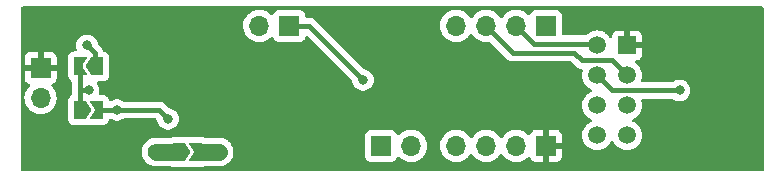
<source format=gbl>
%TF.GenerationSoftware,KiCad,Pcbnew,6.0.11*%
%TF.CreationDate,2024-08-22T19:43:04+01:00*%
%TF.ProjectId,ESPower,4553506f-7765-4722-9e6b-696361645f70,rev?*%
%TF.SameCoordinates,PX4f54d68PY59a0560*%
%TF.FileFunction,Copper,L2,Bot*%
%TF.FilePolarity,Positive*%
%FSLAX46Y46*%
G04 Gerber Fmt 4.6, Leading zero omitted, Abs format (unit mm)*
G04 Created by KiCad (PCBNEW 6.0.11) date 2024-08-22 19:43:04*
%MOMM*%
%LPD*%
G01*
G04 APERTURE LIST*
G04 Aperture macros list*
%AMFreePoly0*
4,1,6,1.000000,0.000000,0.500000,-0.750000,-0.500000,-0.750000,-0.500000,0.750000,0.500000,0.750000,1.000000,0.000000,1.000000,0.000000,$1*%
%AMFreePoly1*
4,1,6,0.500000,-0.750000,-0.650000,-0.750000,-0.150000,0.000000,-0.650000,0.750000,0.500000,0.750000,0.500000,-0.750000,0.500000,-0.750000,$1*%
G04 Aperture macros list end*
%TA.AperFunction,ComponentPad*%
%ADD10R,1.700000X1.700000*%
%TD*%
%TA.AperFunction,ComponentPad*%
%ADD11O,1.700000X1.700000*%
%TD*%
%TA.AperFunction,ComponentPad*%
%ADD12R,1.500000X1.500000*%
%TD*%
%TA.AperFunction,ComponentPad*%
%ADD13C,1.500000*%
%TD*%
%TA.AperFunction,SMDPad,CuDef*%
%ADD14FreePoly0,0.000000*%
%TD*%
%TA.AperFunction,SMDPad,CuDef*%
%ADD15FreePoly1,0.000000*%
%TD*%
%TA.AperFunction,SMDPad,CuDef*%
%ADD16FreePoly0,180.000000*%
%TD*%
%TA.AperFunction,SMDPad,CuDef*%
%ADD17FreePoly1,180.000000*%
%TD*%
%TA.AperFunction,ViaPad*%
%ADD18C,0.800000*%
%TD*%
%TA.AperFunction,ViaPad*%
%ADD19C,1.400000*%
%TD*%
%TA.AperFunction,Conductor*%
%ADD20C,0.400000*%
%TD*%
%TA.AperFunction,Conductor*%
%ADD21C,1.400000*%
%TD*%
G04 APERTURE END LIST*
D10*
X30988000Y-12319000D03*
D11*
X33528000Y-12319000D03*
D10*
X44958000Y-12319000D03*
D11*
X42418000Y-12319000D03*
X39878000Y-12319000D03*
X37338000Y-12319000D03*
D10*
X44958000Y-2159000D03*
D11*
X42418000Y-2159000D03*
X39878000Y-2159000D03*
X37338000Y-2159000D03*
D12*
X51816000Y-3810000D03*
D13*
X51816000Y-6350000D03*
X51816000Y-8890000D03*
X51816000Y-11430000D03*
X49276000Y-3810000D03*
X49276000Y-6350000D03*
X49276000Y-8890000D03*
X49276000Y-11430000D03*
D10*
X23216000Y-2159000D03*
D11*
X20676000Y-2159000D03*
D10*
X2159000Y-5715000D03*
D11*
X2159000Y-8255000D03*
D14*
X5498000Y-9271000D03*
D15*
X6948000Y-9271000D03*
D16*
X6948000Y-5588000D03*
D17*
X5498000Y-5588000D03*
D14*
X13880000Y-12827000D03*
D15*
X15330000Y-12827000D03*
D18*
X57912000Y-8636000D03*
X11049000Y-11049000D03*
X17526000Y-7620000D03*
X22339000Y-4940000D03*
D19*
X34290000Y-3810000D03*
D18*
X29464000Y-6731000D03*
D19*
X11938000Y-12827000D03*
D18*
X6223000Y-7620000D03*
X12954000Y-10033000D03*
X8636000Y-9271000D03*
X6096000Y-3810000D03*
D19*
X17272000Y-12827000D03*
D18*
X56261000Y-7620000D03*
D20*
X29464000Y-6706500D02*
X24916500Y-2159000D01*
X24916500Y-2159000D02*
X23216000Y-2159000D01*
D21*
X11938000Y-12827000D02*
X13335000Y-12827000D01*
D20*
X47982971Y-5080000D02*
X47347971Y-4445000D01*
X50546000Y-5080000D02*
X47982971Y-5080000D01*
X51816000Y-6350000D02*
X50546000Y-5080000D01*
X47347971Y-4445000D02*
X42164000Y-4445000D01*
X42164000Y-4445000D02*
X39878000Y-2159000D01*
X49134000Y-3668000D02*
X49276000Y-3810000D01*
X42418000Y-2159000D02*
X43927000Y-3668000D01*
X43942000Y-3668000D02*
X49134000Y-3668000D01*
X5498000Y-7710000D02*
X5498000Y-9271000D01*
X5588000Y-7620000D02*
X5498000Y-7710000D01*
X6223000Y-7620000D02*
X5588000Y-7620000D01*
X5498000Y-5588000D02*
X5498000Y-7710000D01*
X12192000Y-9271000D02*
X6948000Y-9271000D01*
X12954000Y-10033000D02*
X12192000Y-9271000D01*
X6754500Y-4468500D02*
X6754500Y-5588000D01*
X6096000Y-3810000D02*
X6754500Y-4468500D01*
D21*
X17272000Y-12827000D02*
X15875000Y-12827000D01*
D20*
X56261000Y-7620000D02*
X50546000Y-7620000D01*
X50546000Y-7620000D02*
X49276000Y-6350000D01*
%TA.AperFunction,Conductor*%
G36*
X63314621Y-528502D02*
G01*
X63361114Y-582158D01*
X63372500Y-634500D01*
X63372500Y-14351500D01*
X63352498Y-14419621D01*
X63298842Y-14466114D01*
X63246500Y-14477500D01*
X634500Y-14477500D01*
X566379Y-14457498D01*
X519886Y-14403842D01*
X508500Y-14351500D01*
X508500Y-12827000D01*
X10724884Y-12827000D01*
X10725364Y-12832481D01*
X10725611Y-12835308D01*
X10725881Y-12853537D01*
X10725537Y-12859502D01*
X10725537Y-12859509D01*
X10725214Y-12865113D01*
X10735810Y-12952674D01*
X10736240Y-12956795D01*
X10741864Y-13021077D01*
X10743314Y-13037655D01*
X10744736Y-13042961D01*
X10744736Y-13042963D01*
X10746074Y-13047956D01*
X10749454Y-13065428D01*
X10751130Y-13079277D01*
X10752780Y-13084640D01*
X10776310Y-13161126D01*
X10777587Y-13165564D01*
X10798044Y-13241910D01*
X10802718Y-13251933D01*
X10803536Y-13253687D01*
X10809768Y-13269881D01*
X10814563Y-13285466D01*
X10817136Y-13290451D01*
X10817138Y-13290456D01*
X10852678Y-13359313D01*
X10854907Y-13363853D01*
X10882927Y-13423941D01*
X10887411Y-13433558D01*
X10896198Y-13446107D01*
X10904946Y-13460581D01*
X10913505Y-13477164D01*
X10962579Y-13541118D01*
X10965818Y-13545536D01*
X11005544Y-13602271D01*
X11005548Y-13602275D01*
X11008699Y-13606776D01*
X11021171Y-13619248D01*
X11032038Y-13631639D01*
X11041415Y-13643860D01*
X11041419Y-13643864D01*
X11044831Y-13648311D01*
X11101131Y-13699540D01*
X11102628Y-13700902D01*
X11106924Y-13705001D01*
X11158224Y-13756301D01*
X11162743Y-13759465D01*
X11174575Y-13767750D01*
X11187098Y-13777765D01*
X11200236Y-13789719D01*
X11200242Y-13789724D01*
X11204389Y-13793497D01*
X11209136Y-13796475D01*
X11209139Y-13796477D01*
X11268509Y-13833719D01*
X11273820Y-13837241D01*
X11331442Y-13877589D01*
X11336426Y-13879913D01*
X11336431Y-13879916D01*
X11351640Y-13887008D01*
X11365343Y-13894464D01*
X11387135Y-13908134D01*
X11455121Y-13935464D01*
X11461367Y-13938174D01*
X11518099Y-13964629D01*
X11518103Y-13964630D01*
X11523090Y-13966956D01*
X11546857Y-13973324D01*
X11561236Y-13978122D01*
X11582086Y-13986504D01*
X11582089Y-13986505D01*
X11587293Y-13988597D01*
X11592782Y-13989734D01*
X11592786Y-13989735D01*
X11637136Y-13998919D01*
X11656668Y-14002964D01*
X11663700Y-14004633D01*
X11727345Y-14021686D01*
X11754155Y-14024031D01*
X11768724Y-14026170D01*
X11798537Y-14032344D01*
X11803144Y-14032610D01*
X11803147Y-14032610D01*
X11851452Y-14035395D01*
X11851456Y-14035395D01*
X11853275Y-14035500D01*
X11879732Y-14035500D01*
X11890714Y-14035979D01*
X11938000Y-14040116D01*
X11985286Y-14035979D01*
X11996268Y-14035500D01*
X13132489Y-14035500D01*
X13184831Y-14046886D01*
X13235266Y-14069919D01*
X13380000Y-14090729D01*
X14380000Y-14090729D01*
X14381964Y-14090605D01*
X14381968Y-14090605D01*
X14438080Y-14087066D01*
X14438084Y-14087065D01*
X14444557Y-14086657D01*
X14490232Y-14074075D01*
X14541624Y-14070833D01*
X14680000Y-14090729D01*
X15830000Y-14090729D01*
X15861986Y-14088441D01*
X15896373Y-14085982D01*
X15896374Y-14085982D01*
X15903111Y-14085500D01*
X16043411Y-14044304D01*
X16043599Y-14044943D01*
X16087011Y-14035500D01*
X17213732Y-14035500D01*
X17224714Y-14035979D01*
X17272000Y-14040116D01*
X17277475Y-14039637D01*
X17277486Y-14039637D01*
X17322952Y-14035659D01*
X17325363Y-14035500D01*
X17326735Y-14035500D01*
X17424891Y-14026740D01*
X17425109Y-14026721D01*
X17477180Y-14022165D01*
X17482655Y-14021686D01*
X17483224Y-14021534D01*
X17486872Y-14021208D01*
X17492280Y-14019729D01*
X17492283Y-14019728D01*
X17602542Y-13989564D01*
X17603179Y-13989391D01*
X17606143Y-13988597D01*
X17686910Y-13966956D01*
X17689175Y-13965900D01*
X17689535Y-13965766D01*
X17694952Y-13964284D01*
X17700019Y-13961867D01*
X17700022Y-13961866D01*
X17795417Y-13916364D01*
X17796412Y-13915894D01*
X17873572Y-13879914D01*
X17878558Y-13877589D01*
X17881435Y-13875574D01*
X17883323Y-13874581D01*
X17884600Y-13873826D01*
X17889663Y-13871411D01*
X17976052Y-13809334D01*
X17977229Y-13808500D01*
X18047259Y-13759465D01*
X18047269Y-13759457D01*
X18051776Y-13756301D01*
X18055318Y-13752759D01*
X18059238Y-13749713D01*
X18060299Y-13748797D01*
X18064851Y-13745526D01*
X18136248Y-13671850D01*
X18137637Y-13670440D01*
X18201301Y-13606776D01*
X18204455Y-13602271D01*
X18206596Y-13599720D01*
X18210125Y-13595807D01*
X18211075Y-13594635D01*
X18214977Y-13590608D01*
X18218101Y-13585958D01*
X18218109Y-13585949D01*
X18270369Y-13508178D01*
X18271736Y-13506184D01*
X18285244Y-13486892D01*
X18322589Y-13433558D01*
X18324915Y-13428569D01*
X18327665Y-13423807D01*
X18327898Y-13423941D01*
X18329481Y-13421137D01*
X18329464Y-13421128D01*
X18332167Y-13416211D01*
X18335297Y-13411553D01*
X18374025Y-13323330D01*
X18375162Y-13320816D01*
X18411956Y-13241910D01*
X18413379Y-13236600D01*
X18415262Y-13231427D01*
X18415333Y-13231453D01*
X18419240Y-13220327D01*
X18419753Y-13219158D01*
X18419754Y-13219155D01*
X18420641Y-13217134D01*
X29629500Y-13217134D01*
X29636255Y-13279316D01*
X29687385Y-13415705D01*
X29774739Y-13532261D01*
X29891295Y-13619615D01*
X30027684Y-13670745D01*
X30089866Y-13677500D01*
X31886134Y-13677500D01*
X31948316Y-13670745D01*
X32084705Y-13619615D01*
X32201261Y-13532261D01*
X32288615Y-13415705D01*
X32293346Y-13403086D01*
X32332598Y-13298382D01*
X32375240Y-13241618D01*
X32441802Y-13216918D01*
X32511150Y-13232126D01*
X32545817Y-13260114D01*
X32574250Y-13292938D01*
X32746126Y-13435632D01*
X32939000Y-13548338D01*
X33147692Y-13628030D01*
X33152760Y-13629061D01*
X33152763Y-13629062D01*
X33225498Y-13643860D01*
X33366597Y-13672567D01*
X33371772Y-13672757D01*
X33371774Y-13672757D01*
X33584673Y-13680564D01*
X33584677Y-13680564D01*
X33589837Y-13680753D01*
X33594957Y-13680097D01*
X33594959Y-13680097D01*
X33806288Y-13653025D01*
X33806289Y-13653025D01*
X33811416Y-13652368D01*
X33824939Y-13648311D01*
X34020429Y-13589661D01*
X34020434Y-13589659D01*
X34025384Y-13588174D01*
X34225994Y-13489896D01*
X34407860Y-13360173D01*
X34446118Y-13322049D01*
X34516479Y-13251933D01*
X34566096Y-13202489D01*
X34625446Y-13119895D01*
X34693435Y-13025277D01*
X34696453Y-13021077D01*
X34717320Y-12978857D01*
X34793136Y-12825453D01*
X34793137Y-12825451D01*
X34795430Y-12820811D01*
X34832361Y-12699258D01*
X34858865Y-12612023D01*
X34858865Y-12612021D01*
X34860370Y-12607069D01*
X34889529Y-12385590D01*
X34891156Y-12319000D01*
X34888418Y-12285695D01*
X35975251Y-12285695D01*
X35975548Y-12290848D01*
X35975548Y-12290851D01*
X35984147Y-12439980D01*
X35988110Y-12508715D01*
X35989247Y-12513761D01*
X35989248Y-12513767D01*
X36012366Y-12616345D01*
X36037222Y-12726639D01*
X36121266Y-12933616D01*
X36167893Y-13009704D01*
X36235291Y-13119688D01*
X36237987Y-13124088D01*
X36384250Y-13292938D01*
X36556126Y-13435632D01*
X36749000Y-13548338D01*
X36957692Y-13628030D01*
X36962760Y-13629061D01*
X36962763Y-13629062D01*
X37035498Y-13643860D01*
X37176597Y-13672567D01*
X37181772Y-13672757D01*
X37181774Y-13672757D01*
X37394673Y-13680564D01*
X37394677Y-13680564D01*
X37399837Y-13680753D01*
X37404957Y-13680097D01*
X37404959Y-13680097D01*
X37616288Y-13653025D01*
X37616289Y-13653025D01*
X37621416Y-13652368D01*
X37634939Y-13648311D01*
X37830429Y-13589661D01*
X37830434Y-13589659D01*
X37835384Y-13588174D01*
X38035994Y-13489896D01*
X38217860Y-13360173D01*
X38256118Y-13322049D01*
X38326479Y-13251933D01*
X38376096Y-13202489D01*
X38435446Y-13119895D01*
X38506453Y-13021077D01*
X38507776Y-13022028D01*
X38554645Y-12978857D01*
X38624580Y-12966625D01*
X38690026Y-12994144D01*
X38717875Y-13025994D01*
X38777987Y-13124088D01*
X38924250Y-13292938D01*
X39096126Y-13435632D01*
X39289000Y-13548338D01*
X39497692Y-13628030D01*
X39502760Y-13629061D01*
X39502763Y-13629062D01*
X39575498Y-13643860D01*
X39716597Y-13672567D01*
X39721772Y-13672757D01*
X39721774Y-13672757D01*
X39934673Y-13680564D01*
X39934677Y-13680564D01*
X39939837Y-13680753D01*
X39944957Y-13680097D01*
X39944959Y-13680097D01*
X40156288Y-13653025D01*
X40156289Y-13653025D01*
X40161416Y-13652368D01*
X40174939Y-13648311D01*
X40370429Y-13589661D01*
X40370434Y-13589659D01*
X40375384Y-13588174D01*
X40575994Y-13489896D01*
X40757860Y-13360173D01*
X40796118Y-13322049D01*
X40866479Y-13251933D01*
X40916096Y-13202489D01*
X40975446Y-13119895D01*
X41046453Y-13021077D01*
X41047776Y-13022028D01*
X41094645Y-12978857D01*
X41164580Y-12966625D01*
X41230026Y-12994144D01*
X41257875Y-13025994D01*
X41317987Y-13124088D01*
X41464250Y-13292938D01*
X41636126Y-13435632D01*
X41829000Y-13548338D01*
X42037692Y-13628030D01*
X42042760Y-13629061D01*
X42042763Y-13629062D01*
X42115498Y-13643860D01*
X42256597Y-13672567D01*
X42261772Y-13672757D01*
X42261774Y-13672757D01*
X42474673Y-13680564D01*
X42474677Y-13680564D01*
X42479837Y-13680753D01*
X42484957Y-13680097D01*
X42484959Y-13680097D01*
X42696288Y-13653025D01*
X42696289Y-13653025D01*
X42701416Y-13652368D01*
X42714939Y-13648311D01*
X42910429Y-13589661D01*
X42910434Y-13589659D01*
X42915384Y-13588174D01*
X43115994Y-13489896D01*
X43297860Y-13360173D01*
X43336118Y-13322049D01*
X43406479Y-13251933D01*
X43468851Y-13218017D01*
X43539658Y-13223205D01*
X43596419Y-13265851D01*
X43613401Y-13296954D01*
X43654676Y-13407054D01*
X43663214Y-13422649D01*
X43739715Y-13524724D01*
X43752276Y-13537285D01*
X43854351Y-13613786D01*
X43869946Y-13622324D01*
X43990394Y-13667478D01*
X44005649Y-13671105D01*
X44056514Y-13676631D01*
X44063328Y-13677000D01*
X44685885Y-13677000D01*
X44701124Y-13672525D01*
X44702329Y-13671135D01*
X44704000Y-13663452D01*
X44704000Y-13658884D01*
X45212000Y-13658884D01*
X45216475Y-13674123D01*
X45217865Y-13675328D01*
X45225548Y-13676999D01*
X45852669Y-13676999D01*
X45859490Y-13676629D01*
X45910352Y-13671105D01*
X45925604Y-13667479D01*
X46046054Y-13622324D01*
X46061649Y-13613786D01*
X46163724Y-13537285D01*
X46176285Y-13524724D01*
X46252786Y-13422649D01*
X46261324Y-13407054D01*
X46306478Y-13286606D01*
X46310105Y-13271351D01*
X46315631Y-13220486D01*
X46316000Y-13213672D01*
X46316000Y-12591115D01*
X46311525Y-12575876D01*
X46310135Y-12574671D01*
X46302452Y-12573000D01*
X45230115Y-12573000D01*
X45214876Y-12577475D01*
X45213671Y-12578865D01*
X45212000Y-12586548D01*
X45212000Y-13658884D01*
X44704000Y-13658884D01*
X44704000Y-12046885D01*
X45212000Y-12046885D01*
X45216475Y-12062124D01*
X45217865Y-12063329D01*
X45225548Y-12065000D01*
X46297884Y-12065000D01*
X46313123Y-12060525D01*
X46314328Y-12059135D01*
X46315999Y-12051452D01*
X46315999Y-11424331D01*
X46315629Y-11417510D01*
X46310105Y-11366648D01*
X46306479Y-11351396D01*
X46261324Y-11230946D01*
X46252786Y-11215351D01*
X46176285Y-11113276D01*
X46163724Y-11100715D01*
X46061649Y-11024214D01*
X46046054Y-11015676D01*
X45925606Y-10970522D01*
X45910351Y-10966895D01*
X45859486Y-10961369D01*
X45852672Y-10961000D01*
X45230115Y-10961000D01*
X45214876Y-10965475D01*
X45213671Y-10966865D01*
X45212000Y-10974548D01*
X45212000Y-12046885D01*
X44704000Y-12046885D01*
X44704000Y-10979116D01*
X44699525Y-10963877D01*
X44698135Y-10962672D01*
X44690452Y-10961001D01*
X44063331Y-10961001D01*
X44056510Y-10961371D01*
X44005648Y-10966895D01*
X43990396Y-10970521D01*
X43869946Y-11015676D01*
X43854351Y-11024214D01*
X43752276Y-11100715D01*
X43739715Y-11113276D01*
X43663214Y-11215351D01*
X43654676Y-11230946D01*
X43613297Y-11341322D01*
X43570655Y-11398087D01*
X43504093Y-11422786D01*
X43434744Y-11407578D01*
X43402121Y-11381891D01*
X43351151Y-11325876D01*
X43351145Y-11325870D01*
X43347670Y-11322051D01*
X43343619Y-11318852D01*
X43343615Y-11318848D01*
X43176414Y-11186800D01*
X43176410Y-11186798D01*
X43172359Y-11183598D01*
X42976789Y-11075638D01*
X42971920Y-11073914D01*
X42971916Y-11073912D01*
X42771087Y-11002795D01*
X42771083Y-11002794D01*
X42766212Y-11001069D01*
X42761119Y-11000162D01*
X42761116Y-11000161D01*
X42551373Y-10962800D01*
X42551367Y-10962799D01*
X42546284Y-10961894D01*
X42472452Y-10960992D01*
X42328081Y-10959228D01*
X42328079Y-10959228D01*
X42322911Y-10959165D01*
X42102091Y-10992955D01*
X41889756Y-11062357D01*
X41691607Y-11165507D01*
X41687474Y-11168610D01*
X41687471Y-11168612D01*
X41604450Y-11230946D01*
X41512965Y-11299635D01*
X41473203Y-11341243D01*
X41401729Y-11416037D01*
X41358629Y-11461138D01*
X41251201Y-11618621D01*
X41196293Y-11663621D01*
X41125768Y-11671792D01*
X41062021Y-11640538D01*
X41041324Y-11616054D01*
X40960822Y-11491617D01*
X40960820Y-11491614D01*
X40958014Y-11487277D01*
X40807670Y-11322051D01*
X40803619Y-11318852D01*
X40803615Y-11318848D01*
X40636414Y-11186800D01*
X40636410Y-11186798D01*
X40632359Y-11183598D01*
X40436789Y-11075638D01*
X40431920Y-11073914D01*
X40431916Y-11073912D01*
X40231087Y-11002795D01*
X40231083Y-11002794D01*
X40226212Y-11001069D01*
X40221119Y-11000162D01*
X40221116Y-11000161D01*
X40011373Y-10962800D01*
X40011367Y-10962799D01*
X40006284Y-10961894D01*
X39932452Y-10960992D01*
X39788081Y-10959228D01*
X39788079Y-10959228D01*
X39782911Y-10959165D01*
X39562091Y-10992955D01*
X39349756Y-11062357D01*
X39151607Y-11165507D01*
X39147474Y-11168610D01*
X39147471Y-11168612D01*
X39064450Y-11230946D01*
X38972965Y-11299635D01*
X38933203Y-11341243D01*
X38861729Y-11416037D01*
X38818629Y-11461138D01*
X38711201Y-11618621D01*
X38656293Y-11663621D01*
X38585768Y-11671792D01*
X38522021Y-11640538D01*
X38501324Y-11616054D01*
X38420822Y-11491617D01*
X38420820Y-11491614D01*
X38418014Y-11487277D01*
X38267670Y-11322051D01*
X38263619Y-11318852D01*
X38263615Y-11318848D01*
X38096414Y-11186800D01*
X38096410Y-11186798D01*
X38092359Y-11183598D01*
X37896789Y-11075638D01*
X37891920Y-11073914D01*
X37891916Y-11073912D01*
X37691087Y-11002795D01*
X37691083Y-11002794D01*
X37686212Y-11001069D01*
X37681119Y-11000162D01*
X37681116Y-11000161D01*
X37471373Y-10962800D01*
X37471367Y-10962799D01*
X37466284Y-10961894D01*
X37392452Y-10960992D01*
X37248081Y-10959228D01*
X37248079Y-10959228D01*
X37242911Y-10959165D01*
X37022091Y-10992955D01*
X36809756Y-11062357D01*
X36611607Y-11165507D01*
X36607474Y-11168610D01*
X36607471Y-11168612D01*
X36524450Y-11230946D01*
X36432965Y-11299635D01*
X36393203Y-11341243D01*
X36321729Y-11416037D01*
X36278629Y-11461138D01*
X36152743Y-11645680D01*
X36119513Y-11717269D01*
X36072482Y-11818589D01*
X36058688Y-11848305D01*
X35998989Y-12063570D01*
X35975251Y-12285695D01*
X34888418Y-12285695D01*
X34872852Y-12096361D01*
X34818431Y-11879702D01*
X34729354Y-11674840D01*
X34673978Y-11589242D01*
X34610822Y-11491617D01*
X34610820Y-11491614D01*
X34608014Y-11487277D01*
X34457670Y-11322051D01*
X34453619Y-11318852D01*
X34453615Y-11318848D01*
X34286414Y-11186800D01*
X34286410Y-11186798D01*
X34282359Y-11183598D01*
X34086789Y-11075638D01*
X34081920Y-11073914D01*
X34081916Y-11073912D01*
X33881087Y-11002795D01*
X33881083Y-11002794D01*
X33876212Y-11001069D01*
X33871119Y-11000162D01*
X33871116Y-11000161D01*
X33661373Y-10962800D01*
X33661367Y-10962799D01*
X33656284Y-10961894D01*
X33582452Y-10960992D01*
X33438081Y-10959228D01*
X33438079Y-10959228D01*
X33432911Y-10959165D01*
X33212091Y-10992955D01*
X32999756Y-11062357D01*
X32801607Y-11165507D01*
X32797474Y-11168610D01*
X32797471Y-11168612D01*
X32714450Y-11230946D01*
X32622965Y-11299635D01*
X32544360Y-11381891D01*
X32542283Y-11384064D01*
X32480759Y-11419494D01*
X32409846Y-11416037D01*
X32352060Y-11374791D01*
X32333207Y-11341243D01*
X32291767Y-11230703D01*
X32288615Y-11222295D01*
X32201261Y-11105739D01*
X32084705Y-11018385D01*
X31948316Y-10967255D01*
X31886134Y-10960500D01*
X30089866Y-10960500D01*
X30027684Y-10967255D01*
X29891295Y-11018385D01*
X29774739Y-11105739D01*
X29687385Y-11222295D01*
X29636255Y-11358684D01*
X29629500Y-11420866D01*
X29629500Y-13217134D01*
X18420641Y-13217134D01*
X18422008Y-13214020D01*
X18443838Y-13123092D01*
X18444650Y-13119895D01*
X18459244Y-13065428D01*
X18466686Y-13037655D01*
X18467210Y-13031663D01*
X18470210Y-13013243D01*
X18471060Y-13009704D01*
X18471060Y-13009703D01*
X18472368Y-13004255D01*
X18477596Y-12913588D01*
X18477864Y-12909888D01*
X18482273Y-12859502D01*
X18484389Y-12835308D01*
X18484637Y-12832477D01*
X18484637Y-12832475D01*
X18485116Y-12827000D01*
X18484389Y-12818692D01*
X18484119Y-12800463D01*
X18484463Y-12794498D01*
X18484463Y-12794491D01*
X18484786Y-12788887D01*
X18474190Y-12701326D01*
X18473760Y-12697205D01*
X18467165Y-12621817D01*
X18467164Y-12621814D01*
X18466686Y-12616345D01*
X18463926Y-12606044D01*
X18460546Y-12588572D01*
X18459544Y-12580293D01*
X18458870Y-12574723D01*
X18445883Y-12532509D01*
X18433690Y-12492874D01*
X18432413Y-12488436D01*
X18413380Y-12417405D01*
X18411956Y-12412090D01*
X18406462Y-12400308D01*
X18400231Y-12384117D01*
X18397088Y-12373901D01*
X18395437Y-12368534D01*
X18392864Y-12363549D01*
X18392862Y-12363544D01*
X18357322Y-12294687D01*
X18355093Y-12290147D01*
X18324912Y-12225423D01*
X18324910Y-12225420D01*
X18322589Y-12220442D01*
X18313802Y-12207893D01*
X18305054Y-12193419D01*
X18299071Y-12181827D01*
X18296495Y-12176836D01*
X18247421Y-12112882D01*
X18244182Y-12108464D01*
X18204456Y-12051729D01*
X18204452Y-12051725D01*
X18201301Y-12047224D01*
X18188829Y-12034752D01*
X18177962Y-12022361D01*
X18168585Y-12010140D01*
X18168581Y-12010136D01*
X18165169Y-12005689D01*
X18107372Y-11953098D01*
X18103076Y-11948999D01*
X18051776Y-11897699D01*
X18035424Y-11886250D01*
X18022902Y-11876235D01*
X18009764Y-11864281D01*
X18009758Y-11864276D01*
X18005611Y-11860503D01*
X18000864Y-11857525D01*
X18000861Y-11857523D01*
X17941491Y-11820281D01*
X17936176Y-11816756D01*
X17878558Y-11776411D01*
X17873572Y-11774086D01*
X17873569Y-11774084D01*
X17858360Y-11766992D01*
X17844657Y-11759536D01*
X17841365Y-11757471D01*
X17822865Y-11745866D01*
X17754879Y-11718536D01*
X17748633Y-11715826D01*
X17691901Y-11689371D01*
X17691897Y-11689370D01*
X17686910Y-11687044D01*
X17663143Y-11680676D01*
X17648764Y-11675878D01*
X17627914Y-11667496D01*
X17627911Y-11667495D01*
X17622707Y-11665403D01*
X17617218Y-11664266D01*
X17617214Y-11664265D01*
X17570934Y-11654681D01*
X17553332Y-11651036D01*
X17546300Y-11649367D01*
X17482655Y-11632314D01*
X17455845Y-11629969D01*
X17441274Y-11627830D01*
X17411463Y-11621656D01*
X17406856Y-11621390D01*
X17406853Y-11621390D01*
X17358548Y-11618605D01*
X17358544Y-11618605D01*
X17356725Y-11618500D01*
X17330268Y-11618500D01*
X17319286Y-11618021D01*
X17277475Y-11614363D01*
X17272000Y-11613884D01*
X17266525Y-11614363D01*
X17224714Y-11618021D01*
X17213732Y-11618500D01*
X16077511Y-11618500D01*
X16025169Y-11607114D01*
X15982932Y-11587825D01*
X15982933Y-11587825D01*
X15974734Y-11584081D01*
X15965561Y-11582762D01*
X15949900Y-11580510D01*
X15830000Y-11563271D01*
X14680000Y-11563271D01*
X14677487Y-11563472D01*
X14677486Y-11563472D01*
X14605353Y-11569240D01*
X14605350Y-11569241D01*
X14598355Y-11569800D01*
X14591657Y-11571890D01*
X14591655Y-11571890D01*
X14571019Y-11578328D01*
X14515562Y-11582762D01*
X14439945Y-11571890D01*
X14380000Y-11563271D01*
X13380000Y-11563271D01*
X13371024Y-11563913D01*
X13313627Y-11568018D01*
X13313626Y-11568018D01*
X13306889Y-11568500D01*
X13166589Y-11609696D01*
X13166401Y-11609057D01*
X13122989Y-11618500D01*
X11996268Y-11618500D01*
X11985286Y-11618021D01*
X11943475Y-11614363D01*
X11938000Y-11613884D01*
X11932525Y-11614363D01*
X11932514Y-11614363D01*
X11887048Y-11618341D01*
X11884637Y-11618500D01*
X11883265Y-11618500D01*
X11847902Y-11621656D01*
X11785109Y-11627260D01*
X11784891Y-11627279D01*
X11778594Y-11627830D01*
X11727345Y-11632314D01*
X11726776Y-11632466D01*
X11723128Y-11632792D01*
X11717720Y-11634271D01*
X11717717Y-11634272D01*
X11607458Y-11664436D01*
X11606854Y-11664600D01*
X11523090Y-11687044D01*
X11520825Y-11688100D01*
X11520465Y-11688234D01*
X11515048Y-11689716D01*
X11509981Y-11692133D01*
X11509978Y-11692134D01*
X11414583Y-11737636D01*
X11413592Y-11738104D01*
X11331442Y-11776411D01*
X11328565Y-11778426D01*
X11326677Y-11779419D01*
X11325400Y-11780174D01*
X11320337Y-11782589D01*
X11233948Y-11844666D01*
X11232771Y-11845500D01*
X11162741Y-11894535D01*
X11162732Y-11894542D01*
X11158224Y-11897699D01*
X11154682Y-11901241D01*
X11150762Y-11904287D01*
X11149701Y-11905203D01*
X11145149Y-11908474D01*
X11073752Y-11982150D01*
X11072363Y-11983560D01*
X11008699Y-12047224D01*
X11005547Y-12051726D01*
X11003404Y-12054280D01*
X10999875Y-12058193D01*
X10998925Y-12059365D01*
X10995023Y-12063392D01*
X10991899Y-12068042D01*
X10991891Y-12068051D01*
X10939631Y-12145822D01*
X10938264Y-12147816D01*
X10887411Y-12220442D01*
X10885085Y-12225431D01*
X10882335Y-12230193D01*
X10882102Y-12230059D01*
X10880519Y-12232863D01*
X10880536Y-12232872D01*
X10877833Y-12237789D01*
X10874703Y-12242447D01*
X10839621Y-12322365D01*
X10835988Y-12330642D01*
X10834838Y-12333184D01*
X10798044Y-12412090D01*
X10796621Y-12417400D01*
X10794738Y-12422573D01*
X10794667Y-12422547D01*
X10790760Y-12433673D01*
X10787992Y-12439980D01*
X10786684Y-12445429D01*
X10766162Y-12530908D01*
X10765350Y-12534105D01*
X10743314Y-12616345D01*
X10742835Y-12621822D01*
X10742790Y-12622335D01*
X10739791Y-12640753D01*
X10737632Y-12649745D01*
X10737309Y-12655341D01*
X10737309Y-12655343D01*
X10732406Y-12740383D01*
X10732138Y-12744079D01*
X10727206Y-12800463D01*
X10725364Y-12821519D01*
X10724884Y-12827000D01*
X508500Y-12827000D01*
X508500Y-10021000D01*
X4484271Y-10021000D01*
X4489500Y-10094111D01*
X4508554Y-10159001D01*
X4525397Y-10216363D01*
X4530696Y-10234411D01*
X4535567Y-10241990D01*
X4604878Y-10349841D01*
X4604880Y-10349844D01*
X4609750Y-10357421D01*
X4616560Y-10363322D01*
X4713445Y-10447274D01*
X4713448Y-10447276D01*
X4720257Y-10453176D01*
X4728454Y-10456920D01*
X4728455Y-10456920D01*
X4748662Y-10466148D01*
X4853266Y-10513919D01*
X4998000Y-10534729D01*
X5998000Y-10534729D01*
X5999964Y-10534605D01*
X5999968Y-10534605D01*
X6056080Y-10531066D01*
X6056084Y-10531065D01*
X6062557Y-10530657D01*
X6108232Y-10518075D01*
X6159624Y-10514833D01*
X6298000Y-10534729D01*
X7448000Y-10534729D01*
X7479986Y-10532441D01*
X7514373Y-10529982D01*
X7514374Y-10529982D01*
X7521111Y-10529500D01*
X7600618Y-10506155D01*
X7652765Y-10490843D01*
X7652767Y-10490842D01*
X7661411Y-10488304D01*
X7725255Y-10447274D01*
X7776841Y-10414122D01*
X7776844Y-10414120D01*
X7784421Y-10409250D01*
X7829331Y-10357421D01*
X7874274Y-10305555D01*
X7874276Y-10305552D01*
X7880176Y-10298743D01*
X7940919Y-10165734D01*
X7947213Y-10121959D01*
X7976706Y-10057378D01*
X8036432Y-10018995D01*
X8107429Y-10018995D01*
X8145988Y-10037953D01*
X8179248Y-10062118D01*
X8185276Y-10064802D01*
X8185278Y-10064803D01*
X8347681Y-10137109D01*
X8353712Y-10139794D01*
X8444073Y-10159001D01*
X8534056Y-10178128D01*
X8534061Y-10178128D01*
X8540513Y-10179500D01*
X8731487Y-10179500D01*
X8737939Y-10178128D01*
X8737944Y-10178128D01*
X8827927Y-10159001D01*
X8918288Y-10139794D01*
X8924319Y-10137109D01*
X9086722Y-10064803D01*
X9086724Y-10064802D01*
X9092752Y-10062118D01*
X9173344Y-10003564D01*
X9240211Y-9979706D01*
X9247405Y-9979500D01*
X11846340Y-9979500D01*
X11914461Y-9999502D01*
X11935435Y-10016405D01*
X12019335Y-10100305D01*
X12053361Y-10162617D01*
X12055550Y-10176228D01*
X12060458Y-10222928D01*
X12119473Y-10404556D01*
X12214960Y-10569944D01*
X12219378Y-10574851D01*
X12219379Y-10574852D01*
X12262257Y-10622473D01*
X12342747Y-10711866D01*
X12497248Y-10824118D01*
X12503276Y-10826802D01*
X12503278Y-10826803D01*
X12665681Y-10899109D01*
X12671712Y-10901794D01*
X12765113Y-10921647D01*
X12852056Y-10940128D01*
X12852061Y-10940128D01*
X12858513Y-10941500D01*
X13049487Y-10941500D01*
X13055939Y-10940128D01*
X13055944Y-10940128D01*
X13142888Y-10921647D01*
X13236288Y-10901794D01*
X13242319Y-10899109D01*
X13404722Y-10826803D01*
X13404724Y-10826802D01*
X13410752Y-10824118D01*
X13565253Y-10711866D01*
X13645743Y-10622473D01*
X13688621Y-10574852D01*
X13688622Y-10574851D01*
X13693040Y-10569944D01*
X13788527Y-10404556D01*
X13847542Y-10222928D01*
X13851436Y-10185885D01*
X13866814Y-10039565D01*
X13867504Y-10033000D01*
X13847542Y-9843072D01*
X13788527Y-9661444D01*
X13762616Y-9616564D01*
X13696341Y-9501774D01*
X13693040Y-9496056D01*
X13596855Y-9389231D01*
X13569675Y-9359045D01*
X13569674Y-9359044D01*
X13565253Y-9354134D01*
X13410752Y-9241882D01*
X13404724Y-9239198D01*
X13404722Y-9239197D01*
X13242319Y-9166891D01*
X13242318Y-9166891D01*
X13236288Y-9164206D01*
X13099589Y-9135150D01*
X13083431Y-9131715D01*
X13020533Y-9097563D01*
X12713450Y-8790480D01*
X12707596Y-8784215D01*
X12687739Y-8761453D01*
X12669561Y-8740615D01*
X12617280Y-8703871D01*
X12611986Y-8699939D01*
X12567693Y-8665209D01*
X12561718Y-8660524D01*
X12554802Y-8657401D01*
X12552516Y-8656017D01*
X12537835Y-8647643D01*
X12535475Y-8646378D01*
X12529261Y-8642010D01*
X12522182Y-8639250D01*
X12522180Y-8639249D01*
X12469725Y-8618798D01*
X12463656Y-8616247D01*
X12405427Y-8589955D01*
X12397960Y-8588571D01*
X12395405Y-8587770D01*
X12379152Y-8583141D01*
X12376572Y-8582478D01*
X12369491Y-8579718D01*
X12361960Y-8578727D01*
X12361958Y-8578726D01*
X12332339Y-8574827D01*
X12306139Y-8571378D01*
X12299641Y-8570348D01*
X12236814Y-8558704D01*
X12229234Y-8559141D01*
X12229233Y-8559141D01*
X12174608Y-8562291D01*
X12167354Y-8562500D01*
X9247405Y-8562500D01*
X9179284Y-8542498D01*
X9173344Y-8538436D01*
X9098094Y-8483763D01*
X9098091Y-8483761D01*
X9092752Y-8479882D01*
X9086724Y-8477198D01*
X9086722Y-8477197D01*
X8924319Y-8404891D01*
X8924318Y-8404891D01*
X8918288Y-8402206D01*
X8796251Y-8376266D01*
X8737944Y-8363872D01*
X8737939Y-8363872D01*
X8731487Y-8362500D01*
X8540513Y-8362500D01*
X8534061Y-8363872D01*
X8534056Y-8363872D01*
X8475749Y-8376266D01*
X8353712Y-8402206D01*
X8347682Y-8404891D01*
X8347681Y-8404891D01*
X8185278Y-8477197D01*
X8185276Y-8477198D01*
X8179248Y-8479882D01*
X8148007Y-8502580D01*
X8081142Y-8526438D01*
X8011991Y-8510359D01*
X7962509Y-8459446D01*
X7953051Y-8436143D01*
X7944563Y-8407237D01*
X7915304Y-8307589D01*
X7880760Y-8253838D01*
X7841122Y-8192159D01*
X7841120Y-8192156D01*
X7836250Y-8184579D01*
X7797759Y-8151226D01*
X7732555Y-8094726D01*
X7732552Y-8094724D01*
X7725743Y-8088824D01*
X7701959Y-8077962D01*
X7600932Y-8031825D01*
X7600933Y-8031825D01*
X7592734Y-8028081D01*
X7448000Y-8007271D01*
X7225845Y-8007271D01*
X7157724Y-7987269D01*
X7111231Y-7933613D01*
X7101127Y-7863339D01*
X7106011Y-7842340D01*
X7116542Y-7809928D01*
X7118711Y-7789297D01*
X7135814Y-7626565D01*
X7136504Y-7620000D01*
X7135084Y-7606492D01*
X7117232Y-7436635D01*
X7117232Y-7436633D01*
X7116542Y-7430072D01*
X7057527Y-7248444D01*
X7051321Y-7237694D01*
X6987263Y-7126744D01*
X6962040Y-7083056D01*
X6943115Y-7062037D01*
X6912399Y-6998033D01*
X6921162Y-6927579D01*
X6966625Y-6873048D01*
X7036752Y-6851729D01*
X7448000Y-6851729D01*
X7479986Y-6849441D01*
X7514373Y-6846982D01*
X7514374Y-6846982D01*
X7521111Y-6846500D01*
X7600618Y-6823155D01*
X7652765Y-6807843D01*
X7652767Y-6807842D01*
X7661411Y-6805304D01*
X7707077Y-6775956D01*
X7776841Y-6731122D01*
X7776844Y-6731120D01*
X7784421Y-6726250D01*
X7790325Y-6719437D01*
X7874274Y-6622555D01*
X7874276Y-6622552D01*
X7880176Y-6615743D01*
X7940919Y-6482734D01*
X7961729Y-6338000D01*
X7961729Y-4838000D01*
X7956500Y-4764889D01*
X7915304Y-4624589D01*
X7873960Y-4560257D01*
X7841122Y-4509159D01*
X7841120Y-4509156D01*
X7836250Y-4501579D01*
X7790346Y-4461803D01*
X7732555Y-4411726D01*
X7732552Y-4411724D01*
X7725743Y-4405824D01*
X7592734Y-4345081D01*
X7535343Y-4336829D01*
X7470767Y-4307337D01*
X7440704Y-4260918D01*
X7437743Y-4262218D01*
X7437743Y-4262217D01*
X7412052Y-4203690D01*
X7409567Y-4197602D01*
X7389672Y-4144949D01*
X7389671Y-4144947D01*
X7386987Y-4137844D01*
X7382686Y-4131585D01*
X7381449Y-4129220D01*
X7373227Y-4114448D01*
X7371872Y-4112156D01*
X7368816Y-4105195D01*
X7364191Y-4099168D01*
X7364189Y-4099164D01*
X7329907Y-4054487D01*
X7326029Y-4049150D01*
X7322489Y-4043998D01*
X7289857Y-3996519D01*
X7243337Y-3955071D01*
X7238062Y-3950091D01*
X7030665Y-3742694D01*
X6996639Y-3680382D01*
X6994450Y-3666769D01*
X6990232Y-3626637D01*
X6990232Y-3626635D01*
X6989542Y-3620072D01*
X6930527Y-3438444D01*
X6835040Y-3273056D01*
X6825888Y-3262891D01*
X6711675Y-3136045D01*
X6711674Y-3136044D01*
X6707253Y-3131134D01*
X6585244Y-3042489D01*
X6558094Y-3022763D01*
X6558093Y-3022762D01*
X6552752Y-3018882D01*
X6546724Y-3016198D01*
X6546722Y-3016197D01*
X6384319Y-2943891D01*
X6384318Y-2943891D01*
X6378288Y-2941206D01*
X6284888Y-2921353D01*
X6197944Y-2902872D01*
X6197939Y-2902872D01*
X6191487Y-2901500D01*
X6000513Y-2901500D01*
X5994061Y-2902872D01*
X5994056Y-2902872D01*
X5907112Y-2921353D01*
X5813712Y-2941206D01*
X5807682Y-2943891D01*
X5807681Y-2943891D01*
X5645278Y-3016197D01*
X5645276Y-3016198D01*
X5639248Y-3018882D01*
X5633907Y-3022762D01*
X5633906Y-3022763D01*
X5606756Y-3042489D01*
X5484747Y-3131134D01*
X5480326Y-3136044D01*
X5480325Y-3136045D01*
X5366113Y-3262891D01*
X5356960Y-3273056D01*
X5261473Y-3438444D01*
X5202458Y-3620072D01*
X5182496Y-3810000D01*
X5183186Y-3816565D01*
X5201569Y-3991466D01*
X5202458Y-3999928D01*
X5234702Y-4099164D01*
X5254253Y-4159335D01*
X5256281Y-4230302D01*
X5219618Y-4291100D01*
X5155906Y-4322426D01*
X5134420Y-4324271D01*
X4998000Y-4324271D01*
X4966014Y-4326559D01*
X4931627Y-4329018D01*
X4931626Y-4329018D01*
X4924889Y-4329500D01*
X4845382Y-4352845D01*
X4793235Y-4368157D01*
X4793233Y-4368158D01*
X4784589Y-4370696D01*
X4777010Y-4375567D01*
X4669159Y-4444878D01*
X4669156Y-4444880D01*
X4661579Y-4449750D01*
X4655678Y-4456560D01*
X4571726Y-4553445D01*
X4571724Y-4553448D01*
X4565824Y-4560257D01*
X4505081Y-4693266D01*
X4484271Y-4838000D01*
X4484271Y-6338000D01*
X4489500Y-6411111D01*
X4530696Y-6551411D01*
X4542238Y-6569371D01*
X4604878Y-6666841D01*
X4604880Y-6666844D01*
X4609750Y-6674421D01*
X4720257Y-6770176D01*
X4728455Y-6773920D01*
X4731623Y-6775956D01*
X4778115Y-6829613D01*
X4789500Y-6881953D01*
X4789500Y-7633127D01*
X4787390Y-7656088D01*
X4785704Y-7665186D01*
X4786141Y-7672766D01*
X4786141Y-7672767D01*
X4789291Y-7727392D01*
X4789500Y-7734646D01*
X4789500Y-7981739D01*
X4769498Y-8049860D01*
X4731620Y-8087737D01*
X4669162Y-8127876D01*
X4669159Y-8127879D01*
X4661579Y-8132750D01*
X4655678Y-8139560D01*
X4571726Y-8236445D01*
X4571724Y-8236448D01*
X4565824Y-8243257D01*
X4505081Y-8376266D01*
X4484271Y-8521000D01*
X4484271Y-10021000D01*
X508500Y-10021000D01*
X508500Y-8221695D01*
X796251Y-8221695D01*
X796548Y-8226848D01*
X796548Y-8226851D01*
X804449Y-8363872D01*
X809110Y-8444715D01*
X810247Y-8449761D01*
X810248Y-8449767D01*
X825296Y-8516537D01*
X858222Y-8662639D01*
X942266Y-8869616D01*
X1058987Y-9060088D01*
X1205250Y-9228938D01*
X1377126Y-9371632D01*
X1570000Y-9484338D01*
X1574825Y-9486180D01*
X1574826Y-9486181D01*
X1600686Y-9496056D01*
X1778692Y-9564030D01*
X1783760Y-9565061D01*
X1783763Y-9565062D01*
X1891017Y-9586883D01*
X1997597Y-9608567D01*
X2002772Y-9608757D01*
X2002774Y-9608757D01*
X2215673Y-9616564D01*
X2215677Y-9616564D01*
X2220837Y-9616753D01*
X2225957Y-9616097D01*
X2225959Y-9616097D01*
X2437288Y-9589025D01*
X2437289Y-9589025D01*
X2442416Y-9588368D01*
X2447366Y-9586883D01*
X2651429Y-9525661D01*
X2651434Y-9525659D01*
X2656384Y-9524174D01*
X2856994Y-9425896D01*
X3038860Y-9296173D01*
X3089447Y-9245763D01*
X3120209Y-9215107D01*
X3197096Y-9138489D01*
X3256594Y-9055689D01*
X3324435Y-8961277D01*
X3327453Y-8957077D01*
X3357899Y-8895475D01*
X3424136Y-8761453D01*
X3424137Y-8761451D01*
X3426430Y-8756811D01*
X3483082Y-8570347D01*
X3489865Y-8548023D01*
X3489865Y-8548021D01*
X3491370Y-8543069D01*
X3520529Y-8321590D01*
X3520871Y-8307589D01*
X3522074Y-8258365D01*
X3522074Y-8258361D01*
X3522156Y-8255000D01*
X3503852Y-8032361D01*
X3449431Y-7815702D01*
X3360354Y-7610840D01*
X3292404Y-7505805D01*
X3241822Y-7427617D01*
X3241820Y-7427614D01*
X3239014Y-7423277D01*
X3235540Y-7419459D01*
X3235533Y-7419450D01*
X3091435Y-7261088D01*
X3060383Y-7197242D01*
X3068779Y-7126744D01*
X3113956Y-7071976D01*
X3140400Y-7058307D01*
X3247052Y-7018325D01*
X3262649Y-7009786D01*
X3364724Y-6933285D01*
X3377285Y-6920724D01*
X3453786Y-6818649D01*
X3462324Y-6803054D01*
X3507478Y-6682606D01*
X3511105Y-6667351D01*
X3516631Y-6616486D01*
X3517000Y-6609672D01*
X3517000Y-5987115D01*
X3512525Y-5971876D01*
X3511135Y-5970671D01*
X3503452Y-5969000D01*
X819116Y-5969000D01*
X803877Y-5973475D01*
X802672Y-5974865D01*
X801001Y-5982548D01*
X801001Y-6609669D01*
X801371Y-6616490D01*
X806895Y-6667352D01*
X810521Y-6682604D01*
X855676Y-6803054D01*
X864214Y-6818649D01*
X940715Y-6920724D01*
X953276Y-6933285D01*
X1055351Y-7009786D01*
X1070946Y-7018324D01*
X1179827Y-7059142D01*
X1236591Y-7101784D01*
X1261291Y-7168345D01*
X1246083Y-7237694D01*
X1226691Y-7264175D01*
X1179219Y-7313852D01*
X1099629Y-7397138D01*
X1096715Y-7401410D01*
X1096714Y-7401411D01*
X1078838Y-7427617D01*
X973743Y-7581680D01*
X879688Y-7784305D01*
X819989Y-7999570D01*
X796251Y-8221695D01*
X508500Y-8221695D01*
X508500Y-5442885D01*
X801000Y-5442885D01*
X805475Y-5458124D01*
X806865Y-5459329D01*
X814548Y-5461000D01*
X1886885Y-5461000D01*
X1902124Y-5456525D01*
X1903329Y-5455135D01*
X1905000Y-5447452D01*
X1905000Y-5442885D01*
X2413000Y-5442885D01*
X2417475Y-5458124D01*
X2418865Y-5459329D01*
X2426548Y-5461000D01*
X3498884Y-5461000D01*
X3514123Y-5456525D01*
X3515328Y-5455135D01*
X3516999Y-5447452D01*
X3516999Y-4820331D01*
X3516629Y-4813510D01*
X3511105Y-4762648D01*
X3507479Y-4747396D01*
X3462324Y-4626946D01*
X3453786Y-4611351D01*
X3377285Y-4509276D01*
X3364724Y-4496715D01*
X3262649Y-4420214D01*
X3247054Y-4411676D01*
X3126606Y-4366522D01*
X3111351Y-4362895D01*
X3060486Y-4357369D01*
X3053672Y-4357000D01*
X2431115Y-4357000D01*
X2415876Y-4361475D01*
X2414671Y-4362865D01*
X2413000Y-4370548D01*
X2413000Y-5442885D01*
X1905000Y-5442885D01*
X1905000Y-4375116D01*
X1900525Y-4359877D01*
X1899135Y-4358672D01*
X1891452Y-4357001D01*
X1264331Y-4357001D01*
X1257510Y-4357371D01*
X1206648Y-4362895D01*
X1191396Y-4366521D01*
X1070946Y-4411676D01*
X1055351Y-4420214D01*
X953276Y-4496715D01*
X940715Y-4509276D01*
X864214Y-4611351D01*
X855676Y-4626946D01*
X810522Y-4747394D01*
X806895Y-4762649D01*
X801369Y-4813514D01*
X801000Y-4820328D01*
X801000Y-5442885D01*
X508500Y-5442885D01*
X508500Y-2125695D01*
X19313251Y-2125695D01*
X19326110Y-2348715D01*
X19327247Y-2353761D01*
X19327248Y-2353767D01*
X19351304Y-2460508D01*
X19375222Y-2566639D01*
X19459266Y-2773616D01*
X19496685Y-2834678D01*
X19573291Y-2959688D01*
X19575987Y-2964088D01*
X19722250Y-3132938D01*
X19894126Y-3275632D01*
X20087000Y-3388338D01*
X20295692Y-3468030D01*
X20300760Y-3469061D01*
X20300763Y-3469062D01*
X20360891Y-3481295D01*
X20514597Y-3512567D01*
X20519772Y-3512757D01*
X20519774Y-3512757D01*
X20732673Y-3520564D01*
X20732677Y-3520564D01*
X20737837Y-3520753D01*
X20742957Y-3520097D01*
X20742959Y-3520097D01*
X20954288Y-3493025D01*
X20954289Y-3493025D01*
X20959416Y-3492368D01*
X20996324Y-3481295D01*
X21168429Y-3429661D01*
X21168434Y-3429659D01*
X21173384Y-3428174D01*
X21373994Y-3329896D01*
X21555860Y-3200173D01*
X21664091Y-3092319D01*
X21726462Y-3058404D01*
X21797268Y-3063592D01*
X21854030Y-3106238D01*
X21871012Y-3137341D01*
X21883951Y-3171856D01*
X21915385Y-3255705D01*
X22002739Y-3372261D01*
X22119295Y-3459615D01*
X22255684Y-3510745D01*
X22317866Y-3517500D01*
X24114134Y-3517500D01*
X24176316Y-3510745D01*
X24312705Y-3459615D01*
X24429261Y-3372261D01*
X24516615Y-3255705D01*
X24567745Y-3119316D01*
X24569436Y-3103750D01*
X24596679Y-3038188D01*
X24655042Y-2997763D01*
X24725996Y-2995308D01*
X24783794Y-3028264D01*
X26671253Y-4915724D01*
X28526458Y-6770929D01*
X28560484Y-6833241D01*
X28562672Y-6846850D01*
X28570458Y-6920928D01*
X28629473Y-7102556D01*
X28724960Y-7267944D01*
X28729378Y-7272851D01*
X28729379Y-7272852D01*
X28772649Y-7320908D01*
X28852747Y-7409866D01*
X29007248Y-7522118D01*
X29013276Y-7524802D01*
X29013278Y-7524803D01*
X29175681Y-7597109D01*
X29181712Y-7599794D01*
X29245888Y-7613435D01*
X29362056Y-7638128D01*
X29362061Y-7638128D01*
X29368513Y-7639500D01*
X29559487Y-7639500D01*
X29565939Y-7638128D01*
X29565944Y-7638128D01*
X29682112Y-7613435D01*
X29746288Y-7599794D01*
X29752319Y-7597109D01*
X29914722Y-7524803D01*
X29914724Y-7524802D01*
X29920752Y-7522118D01*
X30075253Y-7409866D01*
X30155351Y-7320908D01*
X30198621Y-7272852D01*
X30198622Y-7272851D01*
X30203040Y-7267944D01*
X30298527Y-7102556D01*
X30357542Y-6920928D01*
X30361639Y-6881953D01*
X30376814Y-6737565D01*
X30377504Y-6731000D01*
X30375599Y-6712872D01*
X30358232Y-6547635D01*
X30358232Y-6547633D01*
X30357542Y-6541072D01*
X30298527Y-6359444D01*
X30293075Y-6350000D01*
X30206341Y-6199774D01*
X30203040Y-6194056D01*
X30075253Y-6052134D01*
X29920752Y-5939882D01*
X29914724Y-5937198D01*
X29914722Y-5937197D01*
X29752319Y-5864891D01*
X29752318Y-5864891D01*
X29746288Y-5862206D01*
X29624544Y-5836328D01*
X29561647Y-5802177D01*
X25885165Y-2125695D01*
X35975251Y-2125695D01*
X35988110Y-2348715D01*
X35989247Y-2353761D01*
X35989248Y-2353767D01*
X36013304Y-2460508D01*
X36037222Y-2566639D01*
X36121266Y-2773616D01*
X36158685Y-2834678D01*
X36235291Y-2959688D01*
X36237987Y-2964088D01*
X36384250Y-3132938D01*
X36556126Y-3275632D01*
X36749000Y-3388338D01*
X36957692Y-3468030D01*
X36962760Y-3469061D01*
X36962763Y-3469062D01*
X37022891Y-3481295D01*
X37176597Y-3512567D01*
X37181772Y-3512757D01*
X37181774Y-3512757D01*
X37394673Y-3520564D01*
X37394677Y-3520564D01*
X37399837Y-3520753D01*
X37404957Y-3520097D01*
X37404959Y-3520097D01*
X37616288Y-3493025D01*
X37616289Y-3493025D01*
X37621416Y-3492368D01*
X37658324Y-3481295D01*
X37830429Y-3429661D01*
X37830434Y-3429659D01*
X37835384Y-3428174D01*
X38035994Y-3329896D01*
X38217860Y-3200173D01*
X38239763Y-3178347D01*
X38312124Y-3106238D01*
X38376096Y-3042489D01*
X38390271Y-3022763D01*
X38506453Y-2861077D01*
X38507776Y-2862028D01*
X38554645Y-2818857D01*
X38624580Y-2806625D01*
X38690026Y-2834144D01*
X38717875Y-2865994D01*
X38777987Y-2964088D01*
X38924250Y-3132938D01*
X39096126Y-3275632D01*
X39289000Y-3388338D01*
X39497692Y-3468030D01*
X39502760Y-3469061D01*
X39502763Y-3469062D01*
X39562891Y-3481295D01*
X39716597Y-3512567D01*
X39721772Y-3512757D01*
X39721774Y-3512757D01*
X39934673Y-3520564D01*
X39934677Y-3520564D01*
X39939837Y-3520753D01*
X39944957Y-3520097D01*
X39944959Y-3520097D01*
X40142588Y-3494780D01*
X40212698Y-3505964D01*
X40247693Y-3530664D01*
X41642557Y-4925528D01*
X41648411Y-4931793D01*
X41686439Y-4975385D01*
X41738729Y-5012136D01*
X41743971Y-5016028D01*
X41794282Y-5055476D01*
X41801201Y-5058600D01*
X41803493Y-5059988D01*
X41818165Y-5068357D01*
X41820525Y-5069622D01*
X41826739Y-5073990D01*
X41833818Y-5076750D01*
X41833820Y-5076751D01*
X41886275Y-5097202D01*
X41892344Y-5099753D01*
X41950573Y-5126045D01*
X41958046Y-5127430D01*
X41960612Y-5128234D01*
X41976835Y-5132855D01*
X41979427Y-5133520D01*
X41986509Y-5136282D01*
X41994044Y-5137274D01*
X42049861Y-5144622D01*
X42056377Y-5145654D01*
X42094770Y-5152770D01*
X42119186Y-5157295D01*
X42126766Y-5156858D01*
X42126767Y-5156858D01*
X42181380Y-5153709D01*
X42188633Y-5153500D01*
X47002311Y-5153500D01*
X47070432Y-5173502D01*
X47091406Y-5190405D01*
X47461521Y-5560520D01*
X47467375Y-5566785D01*
X47505410Y-5610385D01*
X47511628Y-5614755D01*
X47557668Y-5647112D01*
X47562964Y-5651045D01*
X47613253Y-5690477D01*
X47620175Y-5693602D01*
X47622423Y-5694964D01*
X47637156Y-5703368D01*
X47639495Y-5704622D01*
X47645710Y-5708990D01*
X47652786Y-5711749D01*
X47652790Y-5711751D01*
X47705245Y-5732202D01*
X47711323Y-5734757D01*
X47769545Y-5761045D01*
X47777016Y-5762429D01*
X47779570Y-5763230D01*
X47795849Y-5767867D01*
X47798404Y-5768523D01*
X47805480Y-5771282D01*
X47833933Y-5775028D01*
X47868822Y-5779621D01*
X47875338Y-5780653D01*
X47917677Y-5788500D01*
X47938158Y-5792296D01*
X47945739Y-5791859D01*
X47945740Y-5791859D01*
X47951344Y-5791536D01*
X48020503Y-5807584D01*
X48070006Y-5858475D01*
X48084138Y-5928051D01*
X48080301Y-5949939D01*
X48033310Y-6125308D01*
X48033309Y-6125317D01*
X48031885Y-6130629D01*
X48012693Y-6350000D01*
X48031885Y-6569371D01*
X48088880Y-6782076D01*
X48119146Y-6846982D01*
X48179618Y-6976666D01*
X48179621Y-6976671D01*
X48181944Y-6981653D01*
X48185100Y-6986160D01*
X48185101Y-6986162D01*
X48270609Y-7108279D01*
X48308251Y-7162038D01*
X48463962Y-7317749D01*
X48644346Y-7444056D01*
X48649328Y-7446379D01*
X48649333Y-7446382D01*
X48776768Y-7505805D01*
X48830053Y-7552722D01*
X48849514Y-7620999D01*
X48828972Y-7688959D01*
X48776768Y-7734195D01*
X48649334Y-7793618D01*
X48649329Y-7793621D01*
X48644347Y-7795944D01*
X48639840Y-7799100D01*
X48639838Y-7799101D01*
X48468473Y-7919092D01*
X48468470Y-7919094D01*
X48463962Y-7922251D01*
X48308251Y-8077962D01*
X48305094Y-8082470D01*
X48305092Y-8082473D01*
X48197280Y-8236445D01*
X48181944Y-8258347D01*
X48179621Y-8263329D01*
X48179618Y-8263334D01*
X48139904Y-8348502D01*
X48088880Y-8457924D01*
X48031885Y-8670629D01*
X48012693Y-8890000D01*
X48031885Y-9109371D01*
X48088880Y-9322076D01*
X48120195Y-9389231D01*
X48179618Y-9516666D01*
X48179621Y-9516671D01*
X48181944Y-9521653D01*
X48185100Y-9526160D01*
X48185101Y-9526162D01*
X48284228Y-9667729D01*
X48308251Y-9702038D01*
X48463962Y-9857749D01*
X48644346Y-9984056D01*
X48649328Y-9986379D01*
X48649333Y-9986382D01*
X48776768Y-10045805D01*
X48830053Y-10092722D01*
X48849514Y-10160999D01*
X48828972Y-10228959D01*
X48776768Y-10274195D01*
X48649334Y-10333618D01*
X48649329Y-10333621D01*
X48644347Y-10335944D01*
X48639840Y-10339100D01*
X48639838Y-10339101D01*
X48468473Y-10459092D01*
X48468470Y-10459094D01*
X48463962Y-10462251D01*
X48308251Y-10617962D01*
X48305094Y-10622470D01*
X48305092Y-10622473D01*
X48185101Y-10793838D01*
X48181944Y-10798347D01*
X48179621Y-10803329D01*
X48179618Y-10803334D01*
X48134958Y-10899109D01*
X48088880Y-10997924D01*
X48031885Y-11210629D01*
X48012693Y-11430000D01*
X48031885Y-11649371D01*
X48088880Y-11862076D01*
X48120195Y-11929231D01*
X48179618Y-12056666D01*
X48179621Y-12056671D01*
X48181944Y-12061653D01*
X48185100Y-12066160D01*
X48185101Y-12066162D01*
X48301827Y-12232863D01*
X48308251Y-12242038D01*
X48463962Y-12397749D01*
X48468471Y-12400906D01*
X48468473Y-12400908D01*
X48499377Y-12422547D01*
X48644346Y-12524056D01*
X48843924Y-12617120D01*
X49056629Y-12674115D01*
X49276000Y-12693307D01*
X49495371Y-12674115D01*
X49708076Y-12617120D01*
X49907654Y-12524056D01*
X50052623Y-12422547D01*
X50083527Y-12400908D01*
X50083529Y-12400906D01*
X50088038Y-12397749D01*
X50243749Y-12242038D01*
X50250174Y-12232863D01*
X50366899Y-12066162D01*
X50366900Y-12066160D01*
X50370056Y-12061653D01*
X50372379Y-12056671D01*
X50372382Y-12056666D01*
X50431805Y-11929231D01*
X50478722Y-11875946D01*
X50546999Y-11856485D01*
X50614959Y-11877027D01*
X50660195Y-11929231D01*
X50719618Y-12056666D01*
X50719621Y-12056671D01*
X50721944Y-12061653D01*
X50725100Y-12066160D01*
X50725101Y-12066162D01*
X50841827Y-12232863D01*
X50848251Y-12242038D01*
X51003962Y-12397749D01*
X51008471Y-12400906D01*
X51008473Y-12400908D01*
X51039377Y-12422547D01*
X51184346Y-12524056D01*
X51383924Y-12617120D01*
X51596629Y-12674115D01*
X51816000Y-12693307D01*
X52035371Y-12674115D01*
X52248076Y-12617120D01*
X52447654Y-12524056D01*
X52592623Y-12422547D01*
X52623527Y-12400908D01*
X52623529Y-12400906D01*
X52628038Y-12397749D01*
X52783749Y-12242038D01*
X52790174Y-12232863D01*
X52906899Y-12066162D01*
X52906900Y-12066160D01*
X52910056Y-12061653D01*
X52912379Y-12056671D01*
X52912382Y-12056666D01*
X52971805Y-11929231D01*
X53003120Y-11862076D01*
X53060115Y-11649371D01*
X53079307Y-11430000D01*
X53060115Y-11210629D01*
X53003120Y-10997924D01*
X52957042Y-10899109D01*
X52912382Y-10803334D01*
X52912379Y-10803329D01*
X52910056Y-10798347D01*
X52906899Y-10793838D01*
X52786908Y-10622473D01*
X52786906Y-10622470D01*
X52783749Y-10617962D01*
X52628038Y-10462251D01*
X52447654Y-10335944D01*
X52442672Y-10333621D01*
X52442667Y-10333618D01*
X52315232Y-10274195D01*
X52261947Y-10227278D01*
X52242486Y-10159001D01*
X52263028Y-10091041D01*
X52315232Y-10045805D01*
X52442667Y-9986382D01*
X52442672Y-9986379D01*
X52447654Y-9984056D01*
X52628038Y-9857749D01*
X52783749Y-9702038D01*
X52807773Y-9667729D01*
X52906899Y-9526162D01*
X52906900Y-9526160D01*
X52910056Y-9521653D01*
X52912379Y-9516671D01*
X52912382Y-9516666D01*
X52971805Y-9389231D01*
X53003120Y-9322076D01*
X53060115Y-9109371D01*
X53079307Y-8890000D01*
X53060115Y-8670629D01*
X53010941Y-8487112D01*
X53012631Y-8416135D01*
X53052425Y-8357339D01*
X53117689Y-8329391D01*
X53132648Y-8328500D01*
X55649595Y-8328500D01*
X55717716Y-8348502D01*
X55723656Y-8352564D01*
X55804248Y-8411118D01*
X55810276Y-8413802D01*
X55810278Y-8413803D01*
X55967412Y-8483763D01*
X55978712Y-8488794D01*
X56072113Y-8508647D01*
X56159056Y-8527128D01*
X56159061Y-8527128D01*
X56165513Y-8528500D01*
X56356487Y-8528500D01*
X56362939Y-8527128D01*
X56362944Y-8527128D01*
X56449888Y-8508647D01*
X56543288Y-8488794D01*
X56554588Y-8483763D01*
X56711722Y-8413803D01*
X56711724Y-8413802D01*
X56717752Y-8411118D01*
X56730019Y-8402206D01*
X56840976Y-8321590D01*
X56872253Y-8298866D01*
X56908720Y-8258365D01*
X56995621Y-8161852D01*
X56995622Y-8161851D01*
X57000040Y-8156944D01*
X57061865Y-8049860D01*
X57092223Y-7997279D01*
X57092224Y-7997278D01*
X57095527Y-7991556D01*
X57154542Y-7809928D01*
X57156711Y-7789297D01*
X57173814Y-7626565D01*
X57174504Y-7620000D01*
X57173084Y-7606492D01*
X57155232Y-7436635D01*
X57155232Y-7436633D01*
X57154542Y-7430072D01*
X57095527Y-7248444D01*
X57089321Y-7237694D01*
X57025263Y-7126744D01*
X57000040Y-7083056D01*
X56934068Y-7009786D01*
X56876675Y-6946045D01*
X56876674Y-6946044D01*
X56872253Y-6941134D01*
X56749198Y-6851729D01*
X56723094Y-6832763D01*
X56723093Y-6832762D01*
X56717752Y-6828882D01*
X56711724Y-6826198D01*
X56711722Y-6826197D01*
X56549319Y-6753891D01*
X56549318Y-6753891D01*
X56543288Y-6751206D01*
X56448227Y-6731000D01*
X56362944Y-6712872D01*
X56362939Y-6712872D01*
X56356487Y-6711500D01*
X56165513Y-6711500D01*
X56159061Y-6712872D01*
X56159056Y-6712872D01*
X56073773Y-6731000D01*
X55978712Y-6751206D01*
X55972682Y-6753891D01*
X55972681Y-6753891D01*
X55810278Y-6826197D01*
X55810276Y-6826198D01*
X55804248Y-6828882D01*
X55798907Y-6832762D01*
X55798906Y-6832763D01*
X55723656Y-6887436D01*
X55656789Y-6911294D01*
X55649595Y-6911500D01*
X53132648Y-6911500D01*
X53064527Y-6891498D01*
X53018034Y-6837842D01*
X53007930Y-6767568D01*
X53010941Y-6752888D01*
X53030385Y-6680322D01*
X53060115Y-6569371D01*
X53079307Y-6350000D01*
X53060115Y-6130629D01*
X53003120Y-5917924D01*
X52951668Y-5807584D01*
X52912382Y-5723334D01*
X52912379Y-5723329D01*
X52910056Y-5718347D01*
X52906899Y-5713838D01*
X52786908Y-5542473D01*
X52786906Y-5542470D01*
X52783749Y-5537962D01*
X52628038Y-5382251D01*
X52623527Y-5379092D01*
X52506591Y-5297212D01*
X52462263Y-5241754D01*
X52454954Y-5171135D01*
X52486985Y-5107775D01*
X52548187Y-5071790D01*
X52578862Y-5067999D01*
X52610669Y-5067999D01*
X52617490Y-5067629D01*
X52668352Y-5062105D01*
X52683604Y-5058479D01*
X52804054Y-5013324D01*
X52819649Y-5004786D01*
X52921724Y-4928285D01*
X52934285Y-4915724D01*
X53010786Y-4813649D01*
X53019324Y-4798054D01*
X53064478Y-4677606D01*
X53068105Y-4662351D01*
X53073631Y-4611486D01*
X53074000Y-4604672D01*
X53074000Y-4082115D01*
X53069525Y-4066876D01*
X53068135Y-4065671D01*
X53060452Y-4064000D01*
X51688000Y-4064000D01*
X51619879Y-4043998D01*
X51573386Y-3990342D01*
X51562000Y-3938000D01*
X51562000Y-3537885D01*
X52070000Y-3537885D01*
X52074475Y-3553124D01*
X52075865Y-3554329D01*
X52083548Y-3556000D01*
X53055884Y-3556000D01*
X53071123Y-3551525D01*
X53072328Y-3550135D01*
X53073999Y-3542452D01*
X53073999Y-3015331D01*
X53073629Y-3008510D01*
X53068105Y-2957648D01*
X53064479Y-2942396D01*
X53019324Y-2821946D01*
X53010786Y-2806351D01*
X52934285Y-2704276D01*
X52921724Y-2691715D01*
X52819649Y-2615214D01*
X52804054Y-2606676D01*
X52683606Y-2561522D01*
X52668351Y-2557895D01*
X52617486Y-2552369D01*
X52610672Y-2552000D01*
X52088115Y-2552000D01*
X52072876Y-2556475D01*
X52071671Y-2557865D01*
X52070000Y-2565548D01*
X52070000Y-3537885D01*
X51562000Y-3537885D01*
X51562000Y-2570116D01*
X51557525Y-2554877D01*
X51556135Y-2553672D01*
X51548452Y-2552001D01*
X51021331Y-2552001D01*
X51014510Y-2552371D01*
X50963648Y-2557895D01*
X50948396Y-2561521D01*
X50827946Y-2606676D01*
X50812351Y-2615214D01*
X50710276Y-2691715D01*
X50697715Y-2704276D01*
X50621214Y-2806351D01*
X50612676Y-2821946D01*
X50567522Y-2942394D01*
X50563895Y-2957649D01*
X50558369Y-3008514D01*
X50558000Y-3015328D01*
X50558000Y-3047138D01*
X50537998Y-3115259D01*
X50484342Y-3161752D01*
X50414068Y-3171856D01*
X50349488Y-3142362D01*
X50328787Y-3119409D01*
X50246908Y-3002473D01*
X50246906Y-3002470D01*
X50243749Y-2997962D01*
X50088038Y-2842251D01*
X50076461Y-2834144D01*
X49983181Y-2768829D01*
X49907654Y-2715944D01*
X49708076Y-2622880D01*
X49495371Y-2565885D01*
X49276000Y-2546693D01*
X49056629Y-2565885D01*
X48843924Y-2622880D01*
X48750562Y-2666415D01*
X48649334Y-2713618D01*
X48649329Y-2713621D01*
X48644347Y-2715944D01*
X48639840Y-2719100D01*
X48639838Y-2719101D01*
X48468473Y-2839092D01*
X48468470Y-2839094D01*
X48463962Y-2842251D01*
X48383618Y-2922595D01*
X48321306Y-2956621D01*
X48294523Y-2959500D01*
X46442500Y-2959500D01*
X46374379Y-2939498D01*
X46327886Y-2885842D01*
X46316500Y-2833500D01*
X46316500Y-1260866D01*
X46309745Y-1198684D01*
X46258615Y-1062295D01*
X46171261Y-945739D01*
X46054705Y-858385D01*
X45918316Y-807255D01*
X45856134Y-800500D01*
X44059866Y-800500D01*
X43997684Y-807255D01*
X43861295Y-858385D01*
X43744739Y-945739D01*
X43657385Y-1062295D01*
X43654233Y-1070703D01*
X43612919Y-1180907D01*
X43570277Y-1237671D01*
X43503716Y-1262371D01*
X43434367Y-1247163D01*
X43401743Y-1221476D01*
X43351151Y-1165875D01*
X43351142Y-1165866D01*
X43347670Y-1162051D01*
X43343619Y-1158852D01*
X43343615Y-1158848D01*
X43176414Y-1026800D01*
X43176410Y-1026798D01*
X43172359Y-1023598D01*
X42976789Y-915638D01*
X42971920Y-913914D01*
X42971916Y-913912D01*
X42771087Y-842795D01*
X42771083Y-842794D01*
X42766212Y-841069D01*
X42761119Y-840162D01*
X42761116Y-840161D01*
X42551373Y-802800D01*
X42551367Y-802799D01*
X42546284Y-801894D01*
X42472452Y-800992D01*
X42328081Y-799228D01*
X42328079Y-799228D01*
X42322911Y-799165D01*
X42102091Y-832955D01*
X41889756Y-902357D01*
X41691607Y-1005507D01*
X41687474Y-1008610D01*
X41687471Y-1008612D01*
X41517100Y-1136530D01*
X41512965Y-1139635D01*
X41473525Y-1180907D01*
X41419280Y-1237671D01*
X41358629Y-1301138D01*
X41251201Y-1458621D01*
X41196293Y-1503621D01*
X41125768Y-1511792D01*
X41062021Y-1480538D01*
X41041324Y-1456054D01*
X40960822Y-1331617D01*
X40960820Y-1331614D01*
X40958014Y-1327277D01*
X40807670Y-1162051D01*
X40803619Y-1158852D01*
X40803615Y-1158848D01*
X40636414Y-1026800D01*
X40636410Y-1026798D01*
X40632359Y-1023598D01*
X40436789Y-915638D01*
X40431920Y-913914D01*
X40431916Y-913912D01*
X40231087Y-842795D01*
X40231083Y-842794D01*
X40226212Y-841069D01*
X40221119Y-840162D01*
X40221116Y-840161D01*
X40011373Y-802800D01*
X40011367Y-802799D01*
X40006284Y-801894D01*
X39932452Y-800992D01*
X39788081Y-799228D01*
X39788079Y-799228D01*
X39782911Y-799165D01*
X39562091Y-832955D01*
X39349756Y-902357D01*
X39151607Y-1005507D01*
X39147474Y-1008610D01*
X39147471Y-1008612D01*
X38977100Y-1136530D01*
X38972965Y-1139635D01*
X38933525Y-1180907D01*
X38879280Y-1237671D01*
X38818629Y-1301138D01*
X38711201Y-1458621D01*
X38656293Y-1503621D01*
X38585768Y-1511792D01*
X38522021Y-1480538D01*
X38501324Y-1456054D01*
X38420822Y-1331617D01*
X38420820Y-1331614D01*
X38418014Y-1327277D01*
X38267670Y-1162051D01*
X38263619Y-1158852D01*
X38263615Y-1158848D01*
X38096414Y-1026800D01*
X38096410Y-1026798D01*
X38092359Y-1023598D01*
X37896789Y-915638D01*
X37891920Y-913914D01*
X37891916Y-913912D01*
X37691087Y-842795D01*
X37691083Y-842794D01*
X37686212Y-841069D01*
X37681119Y-840162D01*
X37681116Y-840161D01*
X37471373Y-802800D01*
X37471367Y-802799D01*
X37466284Y-801894D01*
X37392452Y-800992D01*
X37248081Y-799228D01*
X37248079Y-799228D01*
X37242911Y-799165D01*
X37022091Y-832955D01*
X36809756Y-902357D01*
X36611607Y-1005507D01*
X36607474Y-1008610D01*
X36607471Y-1008612D01*
X36437100Y-1136530D01*
X36432965Y-1139635D01*
X36393525Y-1180907D01*
X36339280Y-1237671D01*
X36278629Y-1301138D01*
X36275720Y-1305403D01*
X36275714Y-1305411D01*
X36260798Y-1327277D01*
X36152743Y-1485680D01*
X36132166Y-1530010D01*
X36063249Y-1678480D01*
X36058688Y-1688305D01*
X35998989Y-1903570D01*
X35975251Y-2125695D01*
X25885165Y-2125695D01*
X25437950Y-1678480D01*
X25432096Y-1672215D01*
X25430518Y-1670406D01*
X25394061Y-1628615D01*
X25341780Y-1591871D01*
X25336486Y-1587939D01*
X25292193Y-1553209D01*
X25286218Y-1548524D01*
X25279302Y-1545401D01*
X25277016Y-1544017D01*
X25262335Y-1535643D01*
X25259975Y-1534378D01*
X25253761Y-1530010D01*
X25246682Y-1527250D01*
X25246680Y-1527249D01*
X25194225Y-1506798D01*
X25188156Y-1504247D01*
X25129927Y-1477955D01*
X25122460Y-1476571D01*
X25119905Y-1475770D01*
X25103652Y-1471141D01*
X25101072Y-1470478D01*
X25093991Y-1467718D01*
X25086460Y-1466727D01*
X25086458Y-1466726D01*
X25056839Y-1462827D01*
X25030639Y-1459378D01*
X25024141Y-1458348D01*
X24961314Y-1446704D01*
X24953734Y-1447141D01*
X24953733Y-1447141D01*
X24899108Y-1450291D01*
X24891854Y-1450500D01*
X24700500Y-1450500D01*
X24632379Y-1430498D01*
X24585886Y-1376842D01*
X24574500Y-1324500D01*
X24574500Y-1260866D01*
X24567745Y-1198684D01*
X24516615Y-1062295D01*
X24429261Y-945739D01*
X24312705Y-858385D01*
X24176316Y-807255D01*
X24114134Y-800500D01*
X22317866Y-800500D01*
X22255684Y-807255D01*
X22119295Y-858385D01*
X22002739Y-945739D01*
X21915385Y-1062295D01*
X21912233Y-1070703D01*
X21870919Y-1180907D01*
X21828277Y-1237671D01*
X21761716Y-1262371D01*
X21692367Y-1247163D01*
X21659743Y-1221476D01*
X21609151Y-1165875D01*
X21609142Y-1165866D01*
X21605670Y-1162051D01*
X21601619Y-1158852D01*
X21601615Y-1158848D01*
X21434414Y-1026800D01*
X21434410Y-1026798D01*
X21430359Y-1023598D01*
X21234789Y-915638D01*
X21229920Y-913914D01*
X21229916Y-913912D01*
X21029087Y-842795D01*
X21029083Y-842794D01*
X21024212Y-841069D01*
X21019119Y-840162D01*
X21019116Y-840161D01*
X20809373Y-802800D01*
X20809367Y-802799D01*
X20804284Y-801894D01*
X20730452Y-800992D01*
X20586081Y-799228D01*
X20586079Y-799228D01*
X20580911Y-799165D01*
X20360091Y-832955D01*
X20147756Y-902357D01*
X19949607Y-1005507D01*
X19945474Y-1008610D01*
X19945471Y-1008612D01*
X19775100Y-1136530D01*
X19770965Y-1139635D01*
X19731525Y-1180907D01*
X19677280Y-1237671D01*
X19616629Y-1301138D01*
X19613720Y-1305403D01*
X19613714Y-1305411D01*
X19598798Y-1327277D01*
X19490743Y-1485680D01*
X19470166Y-1530010D01*
X19401249Y-1678480D01*
X19396688Y-1688305D01*
X19336989Y-1903570D01*
X19313251Y-2125695D01*
X508500Y-2125695D01*
X508500Y-634500D01*
X528502Y-566379D01*
X582158Y-519886D01*
X634500Y-508500D01*
X63246500Y-508500D01*
X63314621Y-528502D01*
G37*
%TD.AperFunction*%
M02*

</source>
